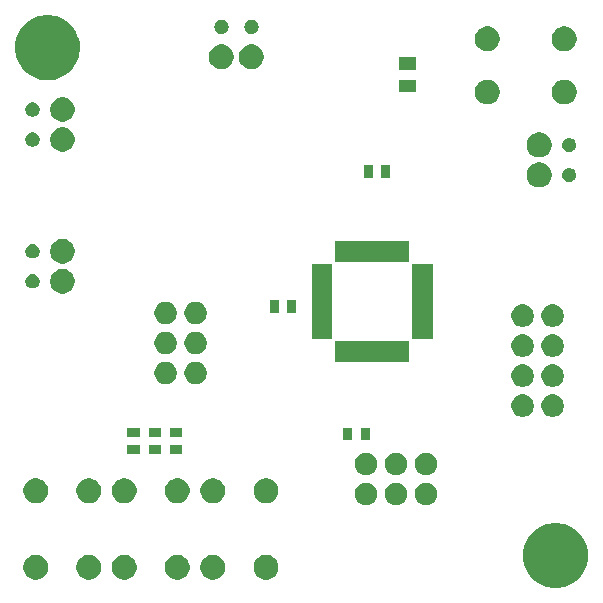
<source format=gbs>
G04 #@! TF.GenerationSoftware,KiCad,Pcbnew,(6.0.0-rc1-dev-1168-gacfa13c03)*
G04 #@! TF.CreationDate,2018-12-11T23:00:25+01:00*
G04 #@! TF.ProjectId,wirbelstrombremse_regler,77697262-656c-4737-9472-6f6d6272656d,rev?*
G04 #@! TF.SameCoordinates,Original*
G04 #@! TF.FileFunction,Soldermask,Bot*
G04 #@! TF.FilePolarity,Negative*
%FSLAX46Y46*%
G04 Gerber Fmt 4.6, Leading zero omitted, Abs format (unit mm)*
G04 Created by KiCad (PCBNEW (6.0.0-rc1-dev-1168-gacfa13c03)) date 11.12.2018 23:00:25*
%MOMM*%
%LPD*%
G01*
G04 APERTURE LIST*
%ADD10C,0.100000*%
G04 APERTURE END LIST*
D10*
G36*
X157036693Y-113801859D02*
X157302437Y-113854719D01*
X157803087Y-114062095D01*
X158250622Y-114361129D01*
X158253663Y-114363161D01*
X158636839Y-114746337D01*
X158636841Y-114746340D01*
X158937905Y-115196913D01*
X158937905Y-115196914D01*
X159145281Y-115697564D01*
X159251000Y-116229049D01*
X159251000Y-116770951D01*
X159239249Y-116830027D01*
X159145281Y-117302437D01*
X158937905Y-117803087D01*
X158807779Y-117997834D01*
X158636839Y-118253663D01*
X158253663Y-118636839D01*
X158253660Y-118636841D01*
X157803087Y-118937905D01*
X157302437Y-119145281D01*
X157036693Y-119198141D01*
X156770951Y-119251000D01*
X156229049Y-119251000D01*
X155963307Y-119198141D01*
X155697563Y-119145281D01*
X155196913Y-118937905D01*
X154746340Y-118636841D01*
X154746337Y-118636839D01*
X154363161Y-118253663D01*
X154192221Y-117997834D01*
X154062095Y-117803087D01*
X153854719Y-117302437D01*
X153760751Y-116830027D01*
X153749000Y-116770951D01*
X153749000Y-116229049D01*
X153854719Y-115697564D01*
X154062095Y-115196914D01*
X154062095Y-115196913D01*
X154363159Y-114746340D01*
X154363161Y-114746337D01*
X154746337Y-114363161D01*
X154749378Y-114361129D01*
X155196913Y-114062095D01*
X155697563Y-113854719D01*
X155963307Y-113801859D01*
X156229049Y-113749000D01*
X156770951Y-113749000D01*
X157036693Y-113801859D01*
X157036693Y-113801859D01*
G37*
G36*
X132306565Y-116489389D02*
X132497834Y-116568615D01*
X132669976Y-116683637D01*
X132816363Y-116830024D01*
X132931385Y-117002166D01*
X133010611Y-117193435D01*
X133051000Y-117396484D01*
X133051000Y-117603516D01*
X133010611Y-117806565D01*
X132931385Y-117997834D01*
X132816363Y-118169976D01*
X132669976Y-118316363D01*
X132497834Y-118431385D01*
X132306565Y-118510611D01*
X132103516Y-118551000D01*
X131896484Y-118551000D01*
X131693435Y-118510611D01*
X131502166Y-118431385D01*
X131330024Y-118316363D01*
X131183637Y-118169976D01*
X131068615Y-117997834D01*
X130989389Y-117806565D01*
X130949000Y-117603516D01*
X130949000Y-117396484D01*
X130989389Y-117193435D01*
X131068615Y-117002166D01*
X131183637Y-116830024D01*
X131330024Y-116683637D01*
X131502166Y-116568615D01*
X131693435Y-116489389D01*
X131896484Y-116449000D01*
X132103516Y-116449000D01*
X132306565Y-116489389D01*
X132306565Y-116489389D01*
G37*
G36*
X112806565Y-116489389D02*
X112997834Y-116568615D01*
X113169976Y-116683637D01*
X113316363Y-116830024D01*
X113431385Y-117002166D01*
X113510611Y-117193435D01*
X113551000Y-117396484D01*
X113551000Y-117603516D01*
X113510611Y-117806565D01*
X113431385Y-117997834D01*
X113316363Y-118169976D01*
X113169976Y-118316363D01*
X112997834Y-118431385D01*
X112806565Y-118510611D01*
X112603516Y-118551000D01*
X112396484Y-118551000D01*
X112193435Y-118510611D01*
X112002166Y-118431385D01*
X111830024Y-118316363D01*
X111683637Y-118169976D01*
X111568615Y-117997834D01*
X111489389Y-117806565D01*
X111449000Y-117603516D01*
X111449000Y-117396484D01*
X111489389Y-117193435D01*
X111568615Y-117002166D01*
X111683637Y-116830024D01*
X111830024Y-116683637D01*
X112002166Y-116568615D01*
X112193435Y-116489389D01*
X112396484Y-116449000D01*
X112603516Y-116449000D01*
X112806565Y-116489389D01*
X112806565Y-116489389D01*
G37*
G36*
X117306565Y-116489389D02*
X117497834Y-116568615D01*
X117669976Y-116683637D01*
X117816363Y-116830024D01*
X117931385Y-117002166D01*
X118010611Y-117193435D01*
X118051000Y-117396484D01*
X118051000Y-117603516D01*
X118010611Y-117806565D01*
X117931385Y-117997834D01*
X117816363Y-118169976D01*
X117669976Y-118316363D01*
X117497834Y-118431385D01*
X117306565Y-118510611D01*
X117103516Y-118551000D01*
X116896484Y-118551000D01*
X116693435Y-118510611D01*
X116502166Y-118431385D01*
X116330024Y-118316363D01*
X116183637Y-118169976D01*
X116068615Y-117997834D01*
X115989389Y-117806565D01*
X115949000Y-117603516D01*
X115949000Y-117396484D01*
X115989389Y-117193435D01*
X116068615Y-117002166D01*
X116183637Y-116830024D01*
X116330024Y-116683637D01*
X116502166Y-116568615D01*
X116693435Y-116489389D01*
X116896484Y-116449000D01*
X117103516Y-116449000D01*
X117306565Y-116489389D01*
X117306565Y-116489389D01*
G37*
G36*
X127806565Y-116489389D02*
X127997834Y-116568615D01*
X128169976Y-116683637D01*
X128316363Y-116830024D01*
X128431385Y-117002166D01*
X128510611Y-117193435D01*
X128551000Y-117396484D01*
X128551000Y-117603516D01*
X128510611Y-117806565D01*
X128431385Y-117997834D01*
X128316363Y-118169976D01*
X128169976Y-118316363D01*
X127997834Y-118431385D01*
X127806565Y-118510611D01*
X127603516Y-118551000D01*
X127396484Y-118551000D01*
X127193435Y-118510611D01*
X127002166Y-118431385D01*
X126830024Y-118316363D01*
X126683637Y-118169976D01*
X126568615Y-117997834D01*
X126489389Y-117806565D01*
X126449000Y-117603516D01*
X126449000Y-117396484D01*
X126489389Y-117193435D01*
X126568615Y-117002166D01*
X126683637Y-116830024D01*
X126830024Y-116683637D01*
X127002166Y-116568615D01*
X127193435Y-116489389D01*
X127396484Y-116449000D01*
X127603516Y-116449000D01*
X127806565Y-116489389D01*
X127806565Y-116489389D01*
G37*
G36*
X120306565Y-116489389D02*
X120497834Y-116568615D01*
X120669976Y-116683637D01*
X120816363Y-116830024D01*
X120931385Y-117002166D01*
X121010611Y-117193435D01*
X121051000Y-117396484D01*
X121051000Y-117603516D01*
X121010611Y-117806565D01*
X120931385Y-117997834D01*
X120816363Y-118169976D01*
X120669976Y-118316363D01*
X120497834Y-118431385D01*
X120306565Y-118510611D01*
X120103516Y-118551000D01*
X119896484Y-118551000D01*
X119693435Y-118510611D01*
X119502166Y-118431385D01*
X119330024Y-118316363D01*
X119183637Y-118169976D01*
X119068615Y-117997834D01*
X118989389Y-117806565D01*
X118949000Y-117603516D01*
X118949000Y-117396484D01*
X118989389Y-117193435D01*
X119068615Y-117002166D01*
X119183637Y-116830024D01*
X119330024Y-116683637D01*
X119502166Y-116568615D01*
X119693435Y-116489389D01*
X119896484Y-116449000D01*
X120103516Y-116449000D01*
X120306565Y-116489389D01*
X120306565Y-116489389D01*
G37*
G36*
X124806565Y-116489389D02*
X124997834Y-116568615D01*
X125169976Y-116683637D01*
X125316363Y-116830024D01*
X125431385Y-117002166D01*
X125510611Y-117193435D01*
X125551000Y-117396484D01*
X125551000Y-117603516D01*
X125510611Y-117806565D01*
X125431385Y-117997834D01*
X125316363Y-118169976D01*
X125169976Y-118316363D01*
X124997834Y-118431385D01*
X124806565Y-118510611D01*
X124603516Y-118551000D01*
X124396484Y-118551000D01*
X124193435Y-118510611D01*
X124002166Y-118431385D01*
X123830024Y-118316363D01*
X123683637Y-118169976D01*
X123568615Y-117997834D01*
X123489389Y-117806565D01*
X123449000Y-117603516D01*
X123449000Y-117396484D01*
X123489389Y-117193435D01*
X123568615Y-117002166D01*
X123683637Y-116830024D01*
X123830024Y-116683637D01*
X124002166Y-116568615D01*
X124193435Y-116489389D01*
X124396484Y-116449000D01*
X124603516Y-116449000D01*
X124806565Y-116489389D01*
X124806565Y-116489389D01*
G37*
G36*
X143277396Y-110355546D02*
X143450466Y-110427234D01*
X143606230Y-110531312D01*
X143738688Y-110663770D01*
X143842766Y-110819534D01*
X143914454Y-110992604D01*
X143951000Y-111176333D01*
X143951000Y-111363667D01*
X143914454Y-111547396D01*
X143842766Y-111720466D01*
X143738688Y-111876230D01*
X143606230Y-112008688D01*
X143450466Y-112112766D01*
X143277396Y-112184454D01*
X143093667Y-112221000D01*
X142906333Y-112221000D01*
X142722604Y-112184454D01*
X142549534Y-112112766D01*
X142393770Y-112008688D01*
X142261312Y-111876230D01*
X142157234Y-111720466D01*
X142085546Y-111547396D01*
X142049000Y-111363667D01*
X142049000Y-111176333D01*
X142085546Y-110992604D01*
X142157234Y-110819534D01*
X142261312Y-110663770D01*
X142393770Y-110531312D01*
X142549534Y-110427234D01*
X142722604Y-110355546D01*
X142906333Y-110319000D01*
X143093667Y-110319000D01*
X143277396Y-110355546D01*
X143277396Y-110355546D01*
G37*
G36*
X145817396Y-110355546D02*
X145990466Y-110427234D01*
X146146230Y-110531312D01*
X146278688Y-110663770D01*
X146382766Y-110819534D01*
X146454454Y-110992604D01*
X146491000Y-111176333D01*
X146491000Y-111363667D01*
X146454454Y-111547396D01*
X146382766Y-111720466D01*
X146278688Y-111876230D01*
X146146230Y-112008688D01*
X145990466Y-112112766D01*
X145817396Y-112184454D01*
X145633667Y-112221000D01*
X145446333Y-112221000D01*
X145262604Y-112184454D01*
X145089534Y-112112766D01*
X144933770Y-112008688D01*
X144801312Y-111876230D01*
X144697234Y-111720466D01*
X144625546Y-111547396D01*
X144589000Y-111363667D01*
X144589000Y-111176333D01*
X144625546Y-110992604D01*
X144697234Y-110819534D01*
X144801312Y-110663770D01*
X144933770Y-110531312D01*
X145089534Y-110427234D01*
X145262604Y-110355546D01*
X145446333Y-110319000D01*
X145633667Y-110319000D01*
X145817396Y-110355546D01*
X145817396Y-110355546D01*
G37*
G36*
X140737396Y-110355546D02*
X140910466Y-110427234D01*
X141066230Y-110531312D01*
X141198688Y-110663770D01*
X141302766Y-110819534D01*
X141374454Y-110992604D01*
X141411000Y-111176333D01*
X141411000Y-111363667D01*
X141374454Y-111547396D01*
X141302766Y-111720466D01*
X141198688Y-111876230D01*
X141066230Y-112008688D01*
X140910466Y-112112766D01*
X140737396Y-112184454D01*
X140553667Y-112221000D01*
X140366333Y-112221000D01*
X140182604Y-112184454D01*
X140009534Y-112112766D01*
X139853770Y-112008688D01*
X139721312Y-111876230D01*
X139617234Y-111720466D01*
X139545546Y-111547396D01*
X139509000Y-111363667D01*
X139509000Y-111176333D01*
X139545546Y-110992604D01*
X139617234Y-110819534D01*
X139721312Y-110663770D01*
X139853770Y-110531312D01*
X140009534Y-110427234D01*
X140182604Y-110355546D01*
X140366333Y-110319000D01*
X140553667Y-110319000D01*
X140737396Y-110355546D01*
X140737396Y-110355546D01*
G37*
G36*
X132306565Y-109989389D02*
X132497834Y-110068615D01*
X132669976Y-110183637D01*
X132816363Y-110330024D01*
X132931385Y-110502166D01*
X133010611Y-110693435D01*
X133051000Y-110896484D01*
X133051000Y-111103516D01*
X133010611Y-111306565D01*
X132931385Y-111497834D01*
X132816363Y-111669976D01*
X132669976Y-111816363D01*
X132497834Y-111931385D01*
X132306565Y-112010611D01*
X132103516Y-112051000D01*
X131896484Y-112051000D01*
X131693435Y-112010611D01*
X131502166Y-111931385D01*
X131330024Y-111816363D01*
X131183637Y-111669976D01*
X131068615Y-111497834D01*
X130989389Y-111306565D01*
X130949000Y-111103516D01*
X130949000Y-110896484D01*
X130989389Y-110693435D01*
X131068615Y-110502166D01*
X131183637Y-110330024D01*
X131330024Y-110183637D01*
X131502166Y-110068615D01*
X131693435Y-109989389D01*
X131896484Y-109949000D01*
X132103516Y-109949000D01*
X132306565Y-109989389D01*
X132306565Y-109989389D01*
G37*
G36*
X124806565Y-109989389D02*
X124997834Y-110068615D01*
X125169976Y-110183637D01*
X125316363Y-110330024D01*
X125431385Y-110502166D01*
X125510611Y-110693435D01*
X125551000Y-110896484D01*
X125551000Y-111103516D01*
X125510611Y-111306565D01*
X125431385Y-111497834D01*
X125316363Y-111669976D01*
X125169976Y-111816363D01*
X124997834Y-111931385D01*
X124806565Y-112010611D01*
X124603516Y-112051000D01*
X124396484Y-112051000D01*
X124193435Y-112010611D01*
X124002166Y-111931385D01*
X123830024Y-111816363D01*
X123683637Y-111669976D01*
X123568615Y-111497834D01*
X123489389Y-111306565D01*
X123449000Y-111103516D01*
X123449000Y-110896484D01*
X123489389Y-110693435D01*
X123568615Y-110502166D01*
X123683637Y-110330024D01*
X123830024Y-110183637D01*
X124002166Y-110068615D01*
X124193435Y-109989389D01*
X124396484Y-109949000D01*
X124603516Y-109949000D01*
X124806565Y-109989389D01*
X124806565Y-109989389D01*
G37*
G36*
X120306565Y-109989389D02*
X120497834Y-110068615D01*
X120669976Y-110183637D01*
X120816363Y-110330024D01*
X120931385Y-110502166D01*
X121010611Y-110693435D01*
X121051000Y-110896484D01*
X121051000Y-111103516D01*
X121010611Y-111306565D01*
X120931385Y-111497834D01*
X120816363Y-111669976D01*
X120669976Y-111816363D01*
X120497834Y-111931385D01*
X120306565Y-112010611D01*
X120103516Y-112051000D01*
X119896484Y-112051000D01*
X119693435Y-112010611D01*
X119502166Y-111931385D01*
X119330024Y-111816363D01*
X119183637Y-111669976D01*
X119068615Y-111497834D01*
X118989389Y-111306565D01*
X118949000Y-111103516D01*
X118949000Y-110896484D01*
X118989389Y-110693435D01*
X119068615Y-110502166D01*
X119183637Y-110330024D01*
X119330024Y-110183637D01*
X119502166Y-110068615D01*
X119693435Y-109989389D01*
X119896484Y-109949000D01*
X120103516Y-109949000D01*
X120306565Y-109989389D01*
X120306565Y-109989389D01*
G37*
G36*
X127806565Y-109989389D02*
X127997834Y-110068615D01*
X128169976Y-110183637D01*
X128316363Y-110330024D01*
X128431385Y-110502166D01*
X128510611Y-110693435D01*
X128551000Y-110896484D01*
X128551000Y-111103516D01*
X128510611Y-111306565D01*
X128431385Y-111497834D01*
X128316363Y-111669976D01*
X128169976Y-111816363D01*
X127997834Y-111931385D01*
X127806565Y-112010611D01*
X127603516Y-112051000D01*
X127396484Y-112051000D01*
X127193435Y-112010611D01*
X127002166Y-111931385D01*
X126830024Y-111816363D01*
X126683637Y-111669976D01*
X126568615Y-111497834D01*
X126489389Y-111306565D01*
X126449000Y-111103516D01*
X126449000Y-110896484D01*
X126489389Y-110693435D01*
X126568615Y-110502166D01*
X126683637Y-110330024D01*
X126830024Y-110183637D01*
X127002166Y-110068615D01*
X127193435Y-109989389D01*
X127396484Y-109949000D01*
X127603516Y-109949000D01*
X127806565Y-109989389D01*
X127806565Y-109989389D01*
G37*
G36*
X117306565Y-109989389D02*
X117497834Y-110068615D01*
X117669976Y-110183637D01*
X117816363Y-110330024D01*
X117931385Y-110502166D01*
X118010611Y-110693435D01*
X118051000Y-110896484D01*
X118051000Y-111103516D01*
X118010611Y-111306565D01*
X117931385Y-111497834D01*
X117816363Y-111669976D01*
X117669976Y-111816363D01*
X117497834Y-111931385D01*
X117306565Y-112010611D01*
X117103516Y-112051000D01*
X116896484Y-112051000D01*
X116693435Y-112010611D01*
X116502166Y-111931385D01*
X116330024Y-111816363D01*
X116183637Y-111669976D01*
X116068615Y-111497834D01*
X115989389Y-111306565D01*
X115949000Y-111103516D01*
X115949000Y-110896484D01*
X115989389Y-110693435D01*
X116068615Y-110502166D01*
X116183637Y-110330024D01*
X116330024Y-110183637D01*
X116502166Y-110068615D01*
X116693435Y-109989389D01*
X116896484Y-109949000D01*
X117103516Y-109949000D01*
X117306565Y-109989389D01*
X117306565Y-109989389D01*
G37*
G36*
X112806565Y-109989389D02*
X112997834Y-110068615D01*
X113169976Y-110183637D01*
X113316363Y-110330024D01*
X113431385Y-110502166D01*
X113510611Y-110693435D01*
X113551000Y-110896484D01*
X113551000Y-111103516D01*
X113510611Y-111306565D01*
X113431385Y-111497834D01*
X113316363Y-111669976D01*
X113169976Y-111816363D01*
X112997834Y-111931385D01*
X112806565Y-112010611D01*
X112603516Y-112051000D01*
X112396484Y-112051000D01*
X112193435Y-112010611D01*
X112002166Y-111931385D01*
X111830024Y-111816363D01*
X111683637Y-111669976D01*
X111568615Y-111497834D01*
X111489389Y-111306565D01*
X111449000Y-111103516D01*
X111449000Y-110896484D01*
X111489389Y-110693435D01*
X111568615Y-110502166D01*
X111683637Y-110330024D01*
X111830024Y-110183637D01*
X112002166Y-110068615D01*
X112193435Y-109989389D01*
X112396484Y-109949000D01*
X112603516Y-109949000D01*
X112806565Y-109989389D01*
X112806565Y-109989389D01*
G37*
G36*
X145817396Y-107815546D02*
X145990466Y-107887234D01*
X146146230Y-107991312D01*
X146278688Y-108123770D01*
X146382766Y-108279534D01*
X146454454Y-108452604D01*
X146491000Y-108636333D01*
X146491000Y-108823667D01*
X146454454Y-109007396D01*
X146382766Y-109180466D01*
X146278688Y-109336230D01*
X146146230Y-109468688D01*
X145990466Y-109572766D01*
X145817396Y-109644454D01*
X145633667Y-109681000D01*
X145446333Y-109681000D01*
X145262604Y-109644454D01*
X145089534Y-109572766D01*
X144933770Y-109468688D01*
X144801312Y-109336230D01*
X144697234Y-109180466D01*
X144625546Y-109007396D01*
X144589000Y-108823667D01*
X144589000Y-108636333D01*
X144625546Y-108452604D01*
X144697234Y-108279534D01*
X144801312Y-108123770D01*
X144933770Y-107991312D01*
X145089534Y-107887234D01*
X145262604Y-107815546D01*
X145446333Y-107779000D01*
X145633667Y-107779000D01*
X145817396Y-107815546D01*
X145817396Y-107815546D01*
G37*
G36*
X140737396Y-107815546D02*
X140910466Y-107887234D01*
X141066230Y-107991312D01*
X141198688Y-108123770D01*
X141302766Y-108279534D01*
X141374454Y-108452604D01*
X141411000Y-108636333D01*
X141411000Y-108823667D01*
X141374454Y-109007396D01*
X141302766Y-109180466D01*
X141198688Y-109336230D01*
X141066230Y-109468688D01*
X140910466Y-109572766D01*
X140737396Y-109644454D01*
X140553667Y-109681000D01*
X140366333Y-109681000D01*
X140182604Y-109644454D01*
X140009534Y-109572766D01*
X139853770Y-109468688D01*
X139721312Y-109336230D01*
X139617234Y-109180466D01*
X139545546Y-109007396D01*
X139509000Y-108823667D01*
X139509000Y-108636333D01*
X139545546Y-108452604D01*
X139617234Y-108279534D01*
X139721312Y-108123770D01*
X139853770Y-107991312D01*
X140009534Y-107887234D01*
X140182604Y-107815546D01*
X140366333Y-107779000D01*
X140553667Y-107779000D01*
X140737396Y-107815546D01*
X140737396Y-107815546D01*
G37*
G36*
X143277396Y-107815546D02*
X143450466Y-107887234D01*
X143606230Y-107991312D01*
X143738688Y-108123770D01*
X143842766Y-108279534D01*
X143914454Y-108452604D01*
X143951000Y-108636333D01*
X143951000Y-108823667D01*
X143914454Y-109007396D01*
X143842766Y-109180466D01*
X143738688Y-109336230D01*
X143606230Y-109468688D01*
X143450466Y-109572766D01*
X143277396Y-109644454D01*
X143093667Y-109681000D01*
X142906333Y-109681000D01*
X142722604Y-109644454D01*
X142549534Y-109572766D01*
X142393770Y-109468688D01*
X142261312Y-109336230D01*
X142157234Y-109180466D01*
X142085546Y-109007396D01*
X142049000Y-108823667D01*
X142049000Y-108636333D01*
X142085546Y-108452604D01*
X142157234Y-108279534D01*
X142261312Y-108123770D01*
X142393770Y-107991312D01*
X142549534Y-107887234D01*
X142722604Y-107815546D01*
X142906333Y-107779000D01*
X143093667Y-107779000D01*
X143277396Y-107815546D01*
X143277396Y-107815546D01*
G37*
G36*
X123126200Y-107926200D02*
X122073800Y-107926200D01*
X122073800Y-107173800D01*
X123126200Y-107173800D01*
X123126200Y-107926200D01*
X123126200Y-107926200D01*
G37*
G36*
X124926200Y-107926200D02*
X123873800Y-107926200D01*
X123873800Y-107173800D01*
X124926200Y-107173800D01*
X124926200Y-107926200D01*
X124926200Y-107926200D01*
G37*
G36*
X121326200Y-107926200D02*
X120273800Y-107926200D01*
X120273800Y-107173800D01*
X121326200Y-107173800D01*
X121326200Y-107926200D01*
X121326200Y-107926200D01*
G37*
G36*
X140776200Y-106726200D02*
X140023800Y-106726200D01*
X140023800Y-105673800D01*
X140776200Y-105673800D01*
X140776200Y-106726200D01*
X140776200Y-106726200D01*
G37*
G36*
X139276200Y-106726200D02*
X138523800Y-106726200D01*
X138523800Y-105673800D01*
X139276200Y-105673800D01*
X139276200Y-106726200D01*
X139276200Y-106726200D01*
G37*
G36*
X121326200Y-106426200D02*
X120273800Y-106426200D01*
X120273800Y-105673800D01*
X121326200Y-105673800D01*
X121326200Y-106426200D01*
X121326200Y-106426200D01*
G37*
G36*
X123126200Y-106426200D02*
X122073800Y-106426200D01*
X122073800Y-105673800D01*
X123126200Y-105673800D01*
X123126200Y-106426200D01*
X123126200Y-106426200D01*
G37*
G36*
X124926200Y-106426200D02*
X123873800Y-106426200D01*
X123873800Y-105673800D01*
X124926200Y-105673800D01*
X124926200Y-106426200D01*
X124926200Y-106426200D01*
G37*
G36*
X154007396Y-102895546D02*
X154180466Y-102967234D01*
X154336230Y-103071312D01*
X154468688Y-103203770D01*
X154572766Y-103359534D01*
X154644454Y-103532604D01*
X154681000Y-103716333D01*
X154681000Y-103903667D01*
X154644454Y-104087396D01*
X154572766Y-104260466D01*
X154468688Y-104416230D01*
X154336230Y-104548688D01*
X154180466Y-104652766D01*
X154007396Y-104724454D01*
X153823667Y-104761000D01*
X153636333Y-104761000D01*
X153452604Y-104724454D01*
X153279534Y-104652766D01*
X153123770Y-104548688D01*
X152991312Y-104416230D01*
X152887234Y-104260466D01*
X152815546Y-104087396D01*
X152779000Y-103903667D01*
X152779000Y-103716333D01*
X152815546Y-103532604D01*
X152887234Y-103359534D01*
X152991312Y-103203770D01*
X153123770Y-103071312D01*
X153279534Y-102967234D01*
X153452604Y-102895546D01*
X153636333Y-102859000D01*
X153823667Y-102859000D01*
X154007396Y-102895546D01*
X154007396Y-102895546D01*
G37*
G36*
X156547396Y-102895546D02*
X156720466Y-102967234D01*
X156876230Y-103071312D01*
X157008688Y-103203770D01*
X157112766Y-103359534D01*
X157184454Y-103532604D01*
X157221000Y-103716333D01*
X157221000Y-103903667D01*
X157184454Y-104087396D01*
X157112766Y-104260466D01*
X157008688Y-104416230D01*
X156876230Y-104548688D01*
X156720466Y-104652766D01*
X156547396Y-104724454D01*
X156363667Y-104761000D01*
X156176333Y-104761000D01*
X155992604Y-104724454D01*
X155819534Y-104652766D01*
X155663770Y-104548688D01*
X155531312Y-104416230D01*
X155427234Y-104260466D01*
X155355546Y-104087396D01*
X155319000Y-103903667D01*
X155319000Y-103716333D01*
X155355546Y-103532604D01*
X155427234Y-103359534D01*
X155531312Y-103203770D01*
X155663770Y-103071312D01*
X155819534Y-102967234D01*
X155992604Y-102895546D01*
X156176333Y-102859000D01*
X156363667Y-102859000D01*
X156547396Y-102895546D01*
X156547396Y-102895546D01*
G37*
G36*
X154007396Y-100355546D02*
X154180466Y-100427234D01*
X154336230Y-100531312D01*
X154468688Y-100663770D01*
X154572766Y-100819534D01*
X154644454Y-100992604D01*
X154681000Y-101176333D01*
X154681000Y-101363667D01*
X154644454Y-101547396D01*
X154572766Y-101720466D01*
X154468688Y-101876230D01*
X154336230Y-102008688D01*
X154180466Y-102112766D01*
X154007396Y-102184454D01*
X153823667Y-102221000D01*
X153636333Y-102221000D01*
X153452604Y-102184454D01*
X153279534Y-102112766D01*
X153123770Y-102008688D01*
X152991312Y-101876230D01*
X152887234Y-101720466D01*
X152815546Y-101547396D01*
X152779000Y-101363667D01*
X152779000Y-101176333D01*
X152815546Y-100992604D01*
X152887234Y-100819534D01*
X152991312Y-100663770D01*
X153123770Y-100531312D01*
X153279534Y-100427234D01*
X153452604Y-100355546D01*
X153636333Y-100319000D01*
X153823667Y-100319000D01*
X154007396Y-100355546D01*
X154007396Y-100355546D01*
G37*
G36*
X156547396Y-100355546D02*
X156720466Y-100427234D01*
X156876230Y-100531312D01*
X157008688Y-100663770D01*
X157112766Y-100819534D01*
X157184454Y-100992604D01*
X157221000Y-101176333D01*
X157221000Y-101363667D01*
X157184454Y-101547396D01*
X157112766Y-101720466D01*
X157008688Y-101876230D01*
X156876230Y-102008688D01*
X156720466Y-102112766D01*
X156547396Y-102184454D01*
X156363667Y-102221000D01*
X156176333Y-102221000D01*
X155992604Y-102184454D01*
X155819534Y-102112766D01*
X155663770Y-102008688D01*
X155531312Y-101876230D01*
X155427234Y-101720466D01*
X155355546Y-101547396D01*
X155319000Y-101363667D01*
X155319000Y-101176333D01*
X155355546Y-100992604D01*
X155427234Y-100819534D01*
X155531312Y-100663770D01*
X155663770Y-100531312D01*
X155819534Y-100427234D01*
X155992604Y-100355546D01*
X156176333Y-100319000D01*
X156363667Y-100319000D01*
X156547396Y-100355546D01*
X156547396Y-100355546D01*
G37*
G36*
X123777396Y-100125546D02*
X123950466Y-100197234D01*
X124106230Y-100301312D01*
X124238688Y-100433770D01*
X124342766Y-100589534D01*
X124414454Y-100762604D01*
X124451000Y-100946333D01*
X124451000Y-101133667D01*
X124414454Y-101317396D01*
X124342766Y-101490466D01*
X124238688Y-101646230D01*
X124106230Y-101778688D01*
X123950466Y-101882766D01*
X123777396Y-101954454D01*
X123593667Y-101991000D01*
X123406333Y-101991000D01*
X123222604Y-101954454D01*
X123049534Y-101882766D01*
X122893770Y-101778688D01*
X122761312Y-101646230D01*
X122657234Y-101490466D01*
X122585546Y-101317396D01*
X122549000Y-101133667D01*
X122549000Y-100946333D01*
X122585546Y-100762604D01*
X122657234Y-100589534D01*
X122761312Y-100433770D01*
X122893770Y-100301312D01*
X123049534Y-100197234D01*
X123222604Y-100125546D01*
X123406333Y-100089000D01*
X123593667Y-100089000D01*
X123777396Y-100125546D01*
X123777396Y-100125546D01*
G37*
G36*
X126317396Y-100125546D02*
X126490466Y-100197234D01*
X126646230Y-100301312D01*
X126778688Y-100433770D01*
X126882766Y-100589534D01*
X126954454Y-100762604D01*
X126991000Y-100946333D01*
X126991000Y-101133667D01*
X126954454Y-101317396D01*
X126882766Y-101490466D01*
X126778688Y-101646230D01*
X126646230Y-101778688D01*
X126490466Y-101882766D01*
X126317396Y-101954454D01*
X126133667Y-101991000D01*
X125946333Y-101991000D01*
X125762604Y-101954454D01*
X125589534Y-101882766D01*
X125433770Y-101778688D01*
X125301312Y-101646230D01*
X125197234Y-101490466D01*
X125125546Y-101317396D01*
X125089000Y-101133667D01*
X125089000Y-100946333D01*
X125125546Y-100762604D01*
X125197234Y-100589534D01*
X125301312Y-100433770D01*
X125433770Y-100301312D01*
X125589534Y-100197234D01*
X125762604Y-100125546D01*
X125946333Y-100089000D01*
X126133667Y-100089000D01*
X126317396Y-100125546D01*
X126317396Y-100125546D01*
G37*
G36*
X144151200Y-100126200D02*
X137848800Y-100126200D01*
X137848800Y-98373800D01*
X144151200Y-98373800D01*
X144151200Y-100126200D01*
X144151200Y-100126200D01*
G37*
G36*
X156547396Y-97815546D02*
X156720466Y-97887234D01*
X156876230Y-97991312D01*
X157008688Y-98123770D01*
X157112766Y-98279534D01*
X157184454Y-98452604D01*
X157221000Y-98636333D01*
X157221000Y-98823667D01*
X157184454Y-99007396D01*
X157112766Y-99180466D01*
X157008688Y-99336230D01*
X156876230Y-99468688D01*
X156720466Y-99572766D01*
X156547396Y-99644454D01*
X156363667Y-99681000D01*
X156176333Y-99681000D01*
X155992604Y-99644454D01*
X155819534Y-99572766D01*
X155663770Y-99468688D01*
X155531312Y-99336230D01*
X155427234Y-99180466D01*
X155355546Y-99007396D01*
X155319000Y-98823667D01*
X155319000Y-98636333D01*
X155355546Y-98452604D01*
X155427234Y-98279534D01*
X155531312Y-98123770D01*
X155663770Y-97991312D01*
X155819534Y-97887234D01*
X155992604Y-97815546D01*
X156176333Y-97779000D01*
X156363667Y-97779000D01*
X156547396Y-97815546D01*
X156547396Y-97815546D01*
G37*
G36*
X154007396Y-97815546D02*
X154180466Y-97887234D01*
X154336230Y-97991312D01*
X154468688Y-98123770D01*
X154572766Y-98279534D01*
X154644454Y-98452604D01*
X154681000Y-98636333D01*
X154681000Y-98823667D01*
X154644454Y-99007396D01*
X154572766Y-99180466D01*
X154468688Y-99336230D01*
X154336230Y-99468688D01*
X154180466Y-99572766D01*
X154007396Y-99644454D01*
X153823667Y-99681000D01*
X153636333Y-99681000D01*
X153452604Y-99644454D01*
X153279534Y-99572766D01*
X153123770Y-99468688D01*
X152991312Y-99336230D01*
X152887234Y-99180466D01*
X152815546Y-99007396D01*
X152779000Y-98823667D01*
X152779000Y-98636333D01*
X152815546Y-98452604D01*
X152887234Y-98279534D01*
X152991312Y-98123770D01*
X153123770Y-97991312D01*
X153279534Y-97887234D01*
X153452604Y-97815546D01*
X153636333Y-97779000D01*
X153823667Y-97779000D01*
X154007396Y-97815546D01*
X154007396Y-97815546D01*
G37*
G36*
X126317396Y-97585546D02*
X126490466Y-97657234D01*
X126646230Y-97761312D01*
X126778688Y-97893770D01*
X126882766Y-98049534D01*
X126954454Y-98222604D01*
X126991000Y-98406333D01*
X126991000Y-98593667D01*
X126954454Y-98777396D01*
X126882766Y-98950466D01*
X126778688Y-99106230D01*
X126646230Y-99238688D01*
X126490466Y-99342766D01*
X126317396Y-99414454D01*
X126133667Y-99451000D01*
X125946333Y-99451000D01*
X125762604Y-99414454D01*
X125589534Y-99342766D01*
X125433770Y-99238688D01*
X125301312Y-99106230D01*
X125197234Y-98950466D01*
X125125546Y-98777396D01*
X125089000Y-98593667D01*
X125089000Y-98406333D01*
X125125546Y-98222604D01*
X125197234Y-98049534D01*
X125301312Y-97893770D01*
X125433770Y-97761312D01*
X125589534Y-97657234D01*
X125762604Y-97585546D01*
X125946333Y-97549000D01*
X126133667Y-97549000D01*
X126317396Y-97585546D01*
X126317396Y-97585546D01*
G37*
G36*
X123777396Y-97585546D02*
X123950466Y-97657234D01*
X124106230Y-97761312D01*
X124238688Y-97893770D01*
X124342766Y-98049534D01*
X124414454Y-98222604D01*
X124451000Y-98406333D01*
X124451000Y-98593667D01*
X124414454Y-98777396D01*
X124342766Y-98950466D01*
X124238688Y-99106230D01*
X124106230Y-99238688D01*
X123950466Y-99342766D01*
X123777396Y-99414454D01*
X123593667Y-99451000D01*
X123406333Y-99451000D01*
X123222604Y-99414454D01*
X123049534Y-99342766D01*
X122893770Y-99238688D01*
X122761312Y-99106230D01*
X122657234Y-98950466D01*
X122585546Y-98777396D01*
X122549000Y-98593667D01*
X122549000Y-98406333D01*
X122585546Y-98222604D01*
X122657234Y-98049534D01*
X122761312Y-97893770D01*
X122893770Y-97761312D01*
X123049534Y-97657234D01*
X123222604Y-97585546D01*
X123406333Y-97549000D01*
X123593667Y-97549000D01*
X123777396Y-97585546D01*
X123777396Y-97585546D01*
G37*
G36*
X146126200Y-98151200D02*
X144373800Y-98151200D01*
X144373800Y-91848800D01*
X146126200Y-91848800D01*
X146126200Y-98151200D01*
X146126200Y-98151200D01*
G37*
G36*
X137626200Y-98151200D02*
X135873800Y-98151200D01*
X135873800Y-91848800D01*
X137626200Y-91848800D01*
X137626200Y-98151200D01*
X137626200Y-98151200D01*
G37*
G36*
X156547396Y-95275546D02*
X156720466Y-95347234D01*
X156876230Y-95451312D01*
X157008688Y-95583770D01*
X157112766Y-95739534D01*
X157184454Y-95912604D01*
X157221000Y-96096333D01*
X157221000Y-96283667D01*
X157184454Y-96467396D01*
X157112766Y-96640466D01*
X157008688Y-96796230D01*
X156876230Y-96928688D01*
X156720466Y-97032766D01*
X156547396Y-97104454D01*
X156363667Y-97141000D01*
X156176333Y-97141000D01*
X155992604Y-97104454D01*
X155819534Y-97032766D01*
X155663770Y-96928688D01*
X155531312Y-96796230D01*
X155427234Y-96640466D01*
X155355546Y-96467396D01*
X155319000Y-96283667D01*
X155319000Y-96096333D01*
X155355546Y-95912604D01*
X155427234Y-95739534D01*
X155531312Y-95583770D01*
X155663770Y-95451312D01*
X155819534Y-95347234D01*
X155992604Y-95275546D01*
X156176333Y-95239000D01*
X156363667Y-95239000D01*
X156547396Y-95275546D01*
X156547396Y-95275546D01*
G37*
G36*
X154007396Y-95275546D02*
X154180466Y-95347234D01*
X154336230Y-95451312D01*
X154468688Y-95583770D01*
X154572766Y-95739534D01*
X154644454Y-95912604D01*
X154681000Y-96096333D01*
X154681000Y-96283667D01*
X154644454Y-96467396D01*
X154572766Y-96640466D01*
X154468688Y-96796230D01*
X154336230Y-96928688D01*
X154180466Y-97032766D01*
X154007396Y-97104454D01*
X153823667Y-97141000D01*
X153636333Y-97141000D01*
X153452604Y-97104454D01*
X153279534Y-97032766D01*
X153123770Y-96928688D01*
X152991312Y-96796230D01*
X152887234Y-96640466D01*
X152815546Y-96467396D01*
X152779000Y-96283667D01*
X152779000Y-96096333D01*
X152815546Y-95912604D01*
X152887234Y-95739534D01*
X152991312Y-95583770D01*
X153123770Y-95451312D01*
X153279534Y-95347234D01*
X153452604Y-95275546D01*
X153636333Y-95239000D01*
X153823667Y-95239000D01*
X154007396Y-95275546D01*
X154007396Y-95275546D01*
G37*
G36*
X123777396Y-95045546D02*
X123950466Y-95117234D01*
X124106230Y-95221312D01*
X124238688Y-95353770D01*
X124342766Y-95509534D01*
X124414454Y-95682604D01*
X124451000Y-95866333D01*
X124451000Y-96053667D01*
X124414454Y-96237396D01*
X124342766Y-96410466D01*
X124238688Y-96566230D01*
X124106230Y-96698688D01*
X123950466Y-96802766D01*
X123777396Y-96874454D01*
X123593667Y-96911000D01*
X123406333Y-96911000D01*
X123222604Y-96874454D01*
X123049534Y-96802766D01*
X122893770Y-96698688D01*
X122761312Y-96566230D01*
X122657234Y-96410466D01*
X122585546Y-96237396D01*
X122549000Y-96053667D01*
X122549000Y-95866333D01*
X122585546Y-95682604D01*
X122657234Y-95509534D01*
X122761312Y-95353770D01*
X122893770Y-95221312D01*
X123049534Y-95117234D01*
X123222604Y-95045546D01*
X123406333Y-95009000D01*
X123593667Y-95009000D01*
X123777396Y-95045546D01*
X123777396Y-95045546D01*
G37*
G36*
X126317396Y-95045546D02*
X126490466Y-95117234D01*
X126646230Y-95221312D01*
X126778688Y-95353770D01*
X126882766Y-95509534D01*
X126954454Y-95682604D01*
X126991000Y-95866333D01*
X126991000Y-96053667D01*
X126954454Y-96237396D01*
X126882766Y-96410466D01*
X126778688Y-96566230D01*
X126646230Y-96698688D01*
X126490466Y-96802766D01*
X126317396Y-96874454D01*
X126133667Y-96911000D01*
X125946333Y-96911000D01*
X125762604Y-96874454D01*
X125589534Y-96802766D01*
X125433770Y-96698688D01*
X125301312Y-96566230D01*
X125197234Y-96410466D01*
X125125546Y-96237396D01*
X125089000Y-96053667D01*
X125089000Y-95866333D01*
X125125546Y-95682604D01*
X125197234Y-95509534D01*
X125301312Y-95353770D01*
X125433770Y-95221312D01*
X125589534Y-95117234D01*
X125762604Y-95045546D01*
X125946333Y-95009000D01*
X126133667Y-95009000D01*
X126317396Y-95045546D01*
X126317396Y-95045546D01*
G37*
G36*
X133076200Y-95926200D02*
X132323800Y-95926200D01*
X132323800Y-94873800D01*
X133076200Y-94873800D01*
X133076200Y-95926200D01*
X133076200Y-95926200D01*
G37*
G36*
X134576200Y-95926200D02*
X133823800Y-95926200D01*
X133823800Y-94873800D01*
X134576200Y-94873800D01*
X134576200Y-95926200D01*
X134576200Y-95926200D01*
G37*
G36*
X115076565Y-92259389D02*
X115267834Y-92338615D01*
X115439976Y-92453637D01*
X115586363Y-92600024D01*
X115701385Y-92772166D01*
X115780611Y-92963435D01*
X115821000Y-93166484D01*
X115821000Y-93373516D01*
X115780611Y-93576565D01*
X115701385Y-93767834D01*
X115586363Y-93939976D01*
X115439976Y-94086363D01*
X115267834Y-94201385D01*
X115076565Y-94280611D01*
X114873516Y-94321000D01*
X114666484Y-94321000D01*
X114463435Y-94280611D01*
X114272166Y-94201385D01*
X114100024Y-94086363D01*
X113953637Y-93939976D01*
X113838615Y-93767834D01*
X113759389Y-93576565D01*
X113719000Y-93373516D01*
X113719000Y-93166484D01*
X113759389Y-92963435D01*
X113838615Y-92772166D01*
X113953637Y-92600024D01*
X114100024Y-92453637D01*
X114272166Y-92338615D01*
X114463435Y-92259389D01*
X114666484Y-92219000D01*
X114873516Y-92219000D01*
X115076565Y-92259389D01*
X115076565Y-92259389D01*
G37*
G36*
X112405305Y-92692096D02*
X112514680Y-92737400D01*
X112613118Y-92803175D01*
X112696825Y-92886882D01*
X112762600Y-92985320D01*
X112807904Y-93094695D01*
X112831000Y-93210806D01*
X112831000Y-93329194D01*
X112807904Y-93445305D01*
X112762600Y-93554680D01*
X112696825Y-93653118D01*
X112613118Y-93736825D01*
X112514680Y-93802600D01*
X112405305Y-93847904D01*
X112289194Y-93871000D01*
X112170806Y-93871000D01*
X112054695Y-93847904D01*
X111945320Y-93802600D01*
X111846882Y-93736825D01*
X111763175Y-93653118D01*
X111697400Y-93554680D01*
X111652096Y-93445305D01*
X111629000Y-93329194D01*
X111629000Y-93210806D01*
X111652096Y-93094695D01*
X111697400Y-92985320D01*
X111763175Y-92886882D01*
X111846882Y-92803175D01*
X111945320Y-92737400D01*
X112054695Y-92692096D01*
X112170806Y-92669000D01*
X112289194Y-92669000D01*
X112405305Y-92692096D01*
X112405305Y-92692096D01*
G37*
G36*
X115076565Y-89719389D02*
X115267834Y-89798615D01*
X115439976Y-89913637D01*
X115586363Y-90060024D01*
X115701385Y-90232166D01*
X115780611Y-90423435D01*
X115821000Y-90626484D01*
X115821000Y-90833516D01*
X115780611Y-91036565D01*
X115701385Y-91227834D01*
X115586363Y-91399976D01*
X115439976Y-91546363D01*
X115267834Y-91661385D01*
X115076565Y-91740611D01*
X114873516Y-91781000D01*
X114666484Y-91781000D01*
X114463435Y-91740611D01*
X114272166Y-91661385D01*
X114100024Y-91546363D01*
X113953637Y-91399976D01*
X113838615Y-91227834D01*
X113759389Y-91036565D01*
X113719000Y-90833516D01*
X113719000Y-90626484D01*
X113759389Y-90423435D01*
X113838615Y-90232166D01*
X113953637Y-90060024D01*
X114100024Y-89913637D01*
X114272166Y-89798615D01*
X114463435Y-89719389D01*
X114666484Y-89679000D01*
X114873516Y-89679000D01*
X115076565Y-89719389D01*
X115076565Y-89719389D01*
G37*
G36*
X144151200Y-91626200D02*
X137848800Y-91626200D01*
X137848800Y-89873800D01*
X144151200Y-89873800D01*
X144151200Y-91626200D01*
X144151200Y-91626200D01*
G37*
G36*
X112405305Y-90152096D02*
X112514680Y-90197400D01*
X112613118Y-90263175D01*
X112696825Y-90346882D01*
X112762600Y-90445320D01*
X112807904Y-90554695D01*
X112831000Y-90670806D01*
X112831000Y-90789194D01*
X112807904Y-90905305D01*
X112762600Y-91014680D01*
X112696825Y-91113118D01*
X112613118Y-91196825D01*
X112514680Y-91262600D01*
X112405305Y-91307904D01*
X112289194Y-91331000D01*
X112170806Y-91331000D01*
X112054695Y-91307904D01*
X111945320Y-91262600D01*
X111846882Y-91196825D01*
X111763175Y-91113118D01*
X111697400Y-91014680D01*
X111652096Y-90905305D01*
X111629000Y-90789194D01*
X111629000Y-90670806D01*
X111652096Y-90554695D01*
X111697400Y-90445320D01*
X111763175Y-90346882D01*
X111846882Y-90263175D01*
X111945320Y-90197400D01*
X112054695Y-90152096D01*
X112170806Y-90129000D01*
X112289194Y-90129000D01*
X112405305Y-90152096D01*
X112405305Y-90152096D01*
G37*
G36*
X155436565Y-83259389D02*
X155627834Y-83338615D01*
X155799976Y-83453637D01*
X155946363Y-83600024D01*
X156061385Y-83772166D01*
X156140611Y-83963435D01*
X156181000Y-84166484D01*
X156181000Y-84373516D01*
X156140611Y-84576565D01*
X156061385Y-84767834D01*
X155946363Y-84939976D01*
X155799976Y-85086363D01*
X155627834Y-85201385D01*
X155436565Y-85280611D01*
X155233516Y-85321000D01*
X155026484Y-85321000D01*
X154823435Y-85280611D01*
X154632166Y-85201385D01*
X154460024Y-85086363D01*
X154313637Y-84939976D01*
X154198615Y-84767834D01*
X154119389Y-84576565D01*
X154079000Y-84373516D01*
X154079000Y-84166484D01*
X154119389Y-83963435D01*
X154198615Y-83772166D01*
X154313637Y-83600024D01*
X154460024Y-83453637D01*
X154632166Y-83338615D01*
X154823435Y-83259389D01*
X155026484Y-83219000D01*
X155233516Y-83219000D01*
X155436565Y-83259389D01*
X155436565Y-83259389D01*
G37*
G36*
X157845305Y-83692096D02*
X157954680Y-83737400D01*
X158053118Y-83803175D01*
X158136825Y-83886882D01*
X158202600Y-83985320D01*
X158247904Y-84094695D01*
X158271000Y-84210806D01*
X158271000Y-84329194D01*
X158247904Y-84445305D01*
X158202600Y-84554680D01*
X158136825Y-84653118D01*
X158053118Y-84736825D01*
X157954680Y-84802600D01*
X157845305Y-84847904D01*
X157729194Y-84871000D01*
X157610806Y-84871000D01*
X157494695Y-84847904D01*
X157385320Y-84802600D01*
X157286882Y-84736825D01*
X157203175Y-84653118D01*
X157137400Y-84554680D01*
X157092096Y-84445305D01*
X157069000Y-84329194D01*
X157069000Y-84210806D01*
X157092096Y-84094695D01*
X157137400Y-83985320D01*
X157203175Y-83886882D01*
X157286882Y-83803175D01*
X157385320Y-83737400D01*
X157494695Y-83692096D01*
X157610806Y-83669000D01*
X157729194Y-83669000D01*
X157845305Y-83692096D01*
X157845305Y-83692096D01*
G37*
G36*
X142526200Y-84526200D02*
X141773800Y-84526200D01*
X141773800Y-83473800D01*
X142526200Y-83473800D01*
X142526200Y-84526200D01*
X142526200Y-84526200D01*
G37*
G36*
X141026200Y-84526200D02*
X140273800Y-84526200D01*
X140273800Y-83473800D01*
X141026200Y-83473800D01*
X141026200Y-84526200D01*
X141026200Y-84526200D01*
G37*
G36*
X155436565Y-80719389D02*
X155627834Y-80798615D01*
X155799976Y-80913637D01*
X155946363Y-81060024D01*
X156061385Y-81232166D01*
X156140611Y-81423435D01*
X156181000Y-81626484D01*
X156181000Y-81833516D01*
X156140611Y-82036565D01*
X156061385Y-82227834D01*
X155946363Y-82399976D01*
X155799976Y-82546363D01*
X155627834Y-82661385D01*
X155436565Y-82740611D01*
X155233516Y-82781000D01*
X155026484Y-82781000D01*
X154823435Y-82740611D01*
X154632166Y-82661385D01*
X154460024Y-82546363D01*
X154313637Y-82399976D01*
X154198615Y-82227834D01*
X154119389Y-82036565D01*
X154079000Y-81833516D01*
X154079000Y-81626484D01*
X154119389Y-81423435D01*
X154198615Y-81232166D01*
X154313637Y-81060024D01*
X154460024Y-80913637D01*
X154632166Y-80798615D01*
X154823435Y-80719389D01*
X155026484Y-80679000D01*
X155233516Y-80679000D01*
X155436565Y-80719389D01*
X155436565Y-80719389D01*
G37*
G36*
X157845305Y-81152096D02*
X157954680Y-81197400D01*
X158053118Y-81263175D01*
X158136825Y-81346882D01*
X158202600Y-81445320D01*
X158247904Y-81554695D01*
X158271000Y-81670806D01*
X158271000Y-81789194D01*
X158247904Y-81905305D01*
X158202600Y-82014680D01*
X158136825Y-82113118D01*
X158053118Y-82196825D01*
X157954680Y-82262600D01*
X157845305Y-82307904D01*
X157729194Y-82331000D01*
X157610806Y-82331000D01*
X157494695Y-82307904D01*
X157385320Y-82262600D01*
X157286882Y-82196825D01*
X157203175Y-82113118D01*
X157137400Y-82014680D01*
X157092096Y-81905305D01*
X157069000Y-81789194D01*
X157069000Y-81670806D01*
X157092096Y-81554695D01*
X157137400Y-81445320D01*
X157203175Y-81346882D01*
X157286882Y-81263175D01*
X157385320Y-81197400D01*
X157494695Y-81152096D01*
X157610806Y-81129000D01*
X157729194Y-81129000D01*
X157845305Y-81152096D01*
X157845305Y-81152096D01*
G37*
G36*
X115076565Y-80259389D02*
X115267834Y-80338615D01*
X115439976Y-80453637D01*
X115586363Y-80600024D01*
X115701385Y-80772166D01*
X115780611Y-80963435D01*
X115821000Y-81166484D01*
X115821000Y-81373516D01*
X115780611Y-81576565D01*
X115701385Y-81767834D01*
X115586363Y-81939976D01*
X115439976Y-82086363D01*
X115267834Y-82201385D01*
X115076565Y-82280611D01*
X114873516Y-82321000D01*
X114666484Y-82321000D01*
X114463435Y-82280611D01*
X114272166Y-82201385D01*
X114100024Y-82086363D01*
X113953637Y-81939976D01*
X113838615Y-81767834D01*
X113759389Y-81576565D01*
X113719000Y-81373516D01*
X113719000Y-81166484D01*
X113759389Y-80963435D01*
X113838615Y-80772166D01*
X113953637Y-80600024D01*
X114100024Y-80453637D01*
X114272166Y-80338615D01*
X114463435Y-80259389D01*
X114666484Y-80219000D01*
X114873516Y-80219000D01*
X115076565Y-80259389D01*
X115076565Y-80259389D01*
G37*
G36*
X112405305Y-80692096D02*
X112514680Y-80737400D01*
X112613118Y-80803175D01*
X112696825Y-80886882D01*
X112762600Y-80985320D01*
X112807904Y-81094695D01*
X112831000Y-81210806D01*
X112831000Y-81329194D01*
X112807904Y-81445305D01*
X112762600Y-81554680D01*
X112696825Y-81653118D01*
X112613118Y-81736825D01*
X112514680Y-81802600D01*
X112405305Y-81847904D01*
X112289194Y-81871000D01*
X112170806Y-81871000D01*
X112054695Y-81847904D01*
X111945320Y-81802600D01*
X111846882Y-81736825D01*
X111763175Y-81653118D01*
X111697400Y-81554680D01*
X111652096Y-81445305D01*
X111629000Y-81329194D01*
X111629000Y-81210806D01*
X111652096Y-81094695D01*
X111697400Y-80985320D01*
X111763175Y-80886882D01*
X111846882Y-80803175D01*
X111945320Y-80737400D01*
X112054695Y-80692096D01*
X112170806Y-80669000D01*
X112289194Y-80669000D01*
X112405305Y-80692096D01*
X112405305Y-80692096D01*
G37*
G36*
X115076565Y-77719389D02*
X115267834Y-77798615D01*
X115439976Y-77913637D01*
X115586363Y-78060024D01*
X115701385Y-78232166D01*
X115780611Y-78423435D01*
X115821000Y-78626484D01*
X115821000Y-78833516D01*
X115780611Y-79036565D01*
X115701385Y-79227834D01*
X115586363Y-79399976D01*
X115439976Y-79546363D01*
X115267834Y-79661385D01*
X115076565Y-79740611D01*
X114873516Y-79781000D01*
X114666484Y-79781000D01*
X114463435Y-79740611D01*
X114272166Y-79661385D01*
X114100024Y-79546363D01*
X113953637Y-79399976D01*
X113838615Y-79227834D01*
X113759389Y-79036565D01*
X113719000Y-78833516D01*
X113719000Y-78626484D01*
X113759389Y-78423435D01*
X113838615Y-78232166D01*
X113953637Y-78060024D01*
X114100024Y-77913637D01*
X114272166Y-77798615D01*
X114463435Y-77719389D01*
X114666484Y-77679000D01*
X114873516Y-77679000D01*
X115076565Y-77719389D01*
X115076565Y-77719389D01*
G37*
G36*
X112405305Y-78152096D02*
X112514680Y-78197400D01*
X112613118Y-78263175D01*
X112696825Y-78346882D01*
X112762600Y-78445320D01*
X112807904Y-78554695D01*
X112831000Y-78670806D01*
X112831000Y-78789194D01*
X112807904Y-78905305D01*
X112762600Y-79014680D01*
X112696825Y-79113118D01*
X112613118Y-79196825D01*
X112514680Y-79262600D01*
X112405305Y-79307904D01*
X112289194Y-79331000D01*
X112170806Y-79331000D01*
X112054695Y-79307904D01*
X111945320Y-79262600D01*
X111846882Y-79196825D01*
X111763175Y-79113118D01*
X111697400Y-79014680D01*
X111652096Y-78905305D01*
X111629000Y-78789194D01*
X111629000Y-78670806D01*
X111652096Y-78554695D01*
X111697400Y-78445320D01*
X111763175Y-78346882D01*
X111846882Y-78263175D01*
X111945320Y-78197400D01*
X112054695Y-78152096D01*
X112170806Y-78129000D01*
X112289194Y-78129000D01*
X112405305Y-78152096D01*
X112405305Y-78152096D01*
G37*
G36*
X151056565Y-76239389D02*
X151247834Y-76318615D01*
X151419976Y-76433637D01*
X151566363Y-76580024D01*
X151681385Y-76752166D01*
X151760611Y-76943435D01*
X151801000Y-77146484D01*
X151801000Y-77353516D01*
X151760611Y-77556565D01*
X151681385Y-77747834D01*
X151566363Y-77919976D01*
X151419976Y-78066363D01*
X151247834Y-78181385D01*
X151056565Y-78260611D01*
X150853516Y-78301000D01*
X150646484Y-78301000D01*
X150443435Y-78260611D01*
X150252166Y-78181385D01*
X150080024Y-78066363D01*
X149933637Y-77919976D01*
X149818615Y-77747834D01*
X149739389Y-77556565D01*
X149699000Y-77353516D01*
X149699000Y-77146484D01*
X149739389Y-76943435D01*
X149818615Y-76752166D01*
X149933637Y-76580024D01*
X150080024Y-76433637D01*
X150252166Y-76318615D01*
X150443435Y-76239389D01*
X150646484Y-76199000D01*
X150853516Y-76199000D01*
X151056565Y-76239389D01*
X151056565Y-76239389D01*
G37*
G36*
X157556565Y-76239389D02*
X157747834Y-76318615D01*
X157919976Y-76433637D01*
X158066363Y-76580024D01*
X158181385Y-76752166D01*
X158260611Y-76943435D01*
X158301000Y-77146484D01*
X158301000Y-77353516D01*
X158260611Y-77556565D01*
X158181385Y-77747834D01*
X158066363Y-77919976D01*
X157919976Y-78066363D01*
X157747834Y-78181385D01*
X157556565Y-78260611D01*
X157353516Y-78301000D01*
X157146484Y-78301000D01*
X156943435Y-78260611D01*
X156752166Y-78181385D01*
X156580024Y-78066363D01*
X156433637Y-77919976D01*
X156318615Y-77747834D01*
X156239389Y-77556565D01*
X156199000Y-77353516D01*
X156199000Y-77146484D01*
X156239389Y-76943435D01*
X156318615Y-76752166D01*
X156433637Y-76580024D01*
X156580024Y-76433637D01*
X156752166Y-76318615D01*
X156943435Y-76239389D01*
X157146484Y-76199000D01*
X157353516Y-76199000D01*
X157556565Y-76239389D01*
X157556565Y-76239389D01*
G37*
G36*
X144726200Y-77276200D02*
X143273800Y-77276200D01*
X143273800Y-76223800D01*
X144726200Y-76223800D01*
X144726200Y-77276200D01*
X144726200Y-77276200D01*
G37*
G36*
X114036694Y-70801860D02*
X114302437Y-70854719D01*
X114803087Y-71062095D01*
X115229300Y-71346882D01*
X115253663Y-71363161D01*
X115636839Y-71746337D01*
X115636841Y-71746340D01*
X115937905Y-72196913D01*
X116124123Y-72646484D01*
X116145281Y-72697564D01*
X116251000Y-73229049D01*
X116251000Y-73770951D01*
X116198140Y-74036694D01*
X116145281Y-74302437D01*
X115937905Y-74803087D01*
X115748624Y-75086365D01*
X115636839Y-75253663D01*
X115253663Y-75636839D01*
X115253660Y-75636841D01*
X114803087Y-75937905D01*
X114302437Y-76145281D01*
X114036694Y-76198140D01*
X113770951Y-76251000D01*
X113229049Y-76251000D01*
X112963306Y-76198140D01*
X112697563Y-76145281D01*
X112196913Y-75937905D01*
X111746340Y-75636841D01*
X111746337Y-75636839D01*
X111363161Y-75253663D01*
X111251376Y-75086365D01*
X111062095Y-74803087D01*
X110854719Y-74302437D01*
X110801860Y-74036694D01*
X110749000Y-73770951D01*
X110749000Y-73229049D01*
X110854719Y-72697564D01*
X110875877Y-72646484D01*
X111062095Y-72196913D01*
X111363159Y-71746340D01*
X111363161Y-71746337D01*
X111746337Y-71363161D01*
X111770700Y-71346882D01*
X112196913Y-71062095D01*
X112697563Y-70854719D01*
X112963306Y-70801860D01*
X113229049Y-70749000D01*
X113770951Y-70749000D01*
X114036694Y-70801860D01*
X114036694Y-70801860D01*
G37*
G36*
X144726200Y-75376200D02*
X143273800Y-75376200D01*
X143273800Y-74323800D01*
X144726200Y-74323800D01*
X144726200Y-75376200D01*
X144726200Y-75376200D01*
G37*
G36*
X128536565Y-73259389D02*
X128727834Y-73338615D01*
X128899976Y-73453637D01*
X129046363Y-73600024D01*
X129161385Y-73772166D01*
X129240611Y-73963435D01*
X129281000Y-74166484D01*
X129281000Y-74373516D01*
X129240611Y-74576565D01*
X129161385Y-74767834D01*
X129046363Y-74939976D01*
X128899976Y-75086363D01*
X128727834Y-75201385D01*
X128536565Y-75280611D01*
X128333516Y-75321000D01*
X128126484Y-75321000D01*
X127923435Y-75280611D01*
X127732166Y-75201385D01*
X127560024Y-75086363D01*
X127413637Y-74939976D01*
X127298615Y-74767834D01*
X127219389Y-74576565D01*
X127179000Y-74373516D01*
X127179000Y-74166484D01*
X127219389Y-73963435D01*
X127298615Y-73772166D01*
X127413637Y-73600024D01*
X127560024Y-73453637D01*
X127732166Y-73338615D01*
X127923435Y-73259389D01*
X128126484Y-73219000D01*
X128333516Y-73219000D01*
X128536565Y-73259389D01*
X128536565Y-73259389D01*
G37*
G36*
X131076565Y-73259389D02*
X131267834Y-73338615D01*
X131439976Y-73453637D01*
X131586363Y-73600024D01*
X131701385Y-73772166D01*
X131780611Y-73963435D01*
X131821000Y-74166484D01*
X131821000Y-74373516D01*
X131780611Y-74576565D01*
X131701385Y-74767834D01*
X131586363Y-74939976D01*
X131439976Y-75086363D01*
X131267834Y-75201385D01*
X131076565Y-75280611D01*
X130873516Y-75321000D01*
X130666484Y-75321000D01*
X130463435Y-75280611D01*
X130272166Y-75201385D01*
X130100024Y-75086363D01*
X129953637Y-74939976D01*
X129838615Y-74767834D01*
X129759389Y-74576565D01*
X129719000Y-74373516D01*
X129719000Y-74166484D01*
X129759389Y-73963435D01*
X129838615Y-73772166D01*
X129953637Y-73600024D01*
X130100024Y-73453637D01*
X130272166Y-73338615D01*
X130463435Y-73259389D01*
X130666484Y-73219000D01*
X130873516Y-73219000D01*
X131076565Y-73259389D01*
X131076565Y-73259389D01*
G37*
G36*
X151056565Y-71739389D02*
X151247834Y-71818615D01*
X151419976Y-71933637D01*
X151566363Y-72080024D01*
X151681385Y-72252166D01*
X151760611Y-72443435D01*
X151801000Y-72646484D01*
X151801000Y-72853516D01*
X151760611Y-73056565D01*
X151681385Y-73247834D01*
X151566363Y-73419976D01*
X151419976Y-73566363D01*
X151247834Y-73681385D01*
X151056565Y-73760611D01*
X150853516Y-73801000D01*
X150646484Y-73801000D01*
X150443435Y-73760611D01*
X150252166Y-73681385D01*
X150080024Y-73566363D01*
X149933637Y-73419976D01*
X149818615Y-73247834D01*
X149739389Y-73056565D01*
X149699000Y-72853516D01*
X149699000Y-72646484D01*
X149739389Y-72443435D01*
X149818615Y-72252166D01*
X149933637Y-72080024D01*
X150080024Y-71933637D01*
X150252166Y-71818615D01*
X150443435Y-71739389D01*
X150646484Y-71699000D01*
X150853516Y-71699000D01*
X151056565Y-71739389D01*
X151056565Y-71739389D01*
G37*
G36*
X157556565Y-71739389D02*
X157747834Y-71818615D01*
X157919976Y-71933637D01*
X158066363Y-72080024D01*
X158181385Y-72252166D01*
X158260611Y-72443435D01*
X158301000Y-72646484D01*
X158301000Y-72853516D01*
X158260611Y-73056565D01*
X158181385Y-73247834D01*
X158066363Y-73419976D01*
X157919976Y-73566363D01*
X157747834Y-73681385D01*
X157556565Y-73760611D01*
X157353516Y-73801000D01*
X157146484Y-73801000D01*
X156943435Y-73760611D01*
X156752166Y-73681385D01*
X156580024Y-73566363D01*
X156433637Y-73419976D01*
X156318615Y-73247834D01*
X156239389Y-73056565D01*
X156199000Y-72853516D01*
X156199000Y-72646484D01*
X156239389Y-72443435D01*
X156318615Y-72252166D01*
X156433637Y-72080024D01*
X156580024Y-71933637D01*
X156752166Y-71818615D01*
X156943435Y-71739389D01*
X157146484Y-71699000D01*
X157353516Y-71699000D01*
X157556565Y-71739389D01*
X157556565Y-71739389D01*
G37*
G36*
X128405305Y-71152096D02*
X128514680Y-71197400D01*
X128613118Y-71263175D01*
X128696825Y-71346882D01*
X128762600Y-71445320D01*
X128807904Y-71554695D01*
X128831000Y-71670806D01*
X128831000Y-71789194D01*
X128807904Y-71905305D01*
X128762600Y-72014680D01*
X128696825Y-72113118D01*
X128613118Y-72196825D01*
X128514680Y-72262600D01*
X128405305Y-72307904D01*
X128289194Y-72331000D01*
X128170806Y-72331000D01*
X128054695Y-72307904D01*
X127945320Y-72262600D01*
X127846882Y-72196825D01*
X127763175Y-72113118D01*
X127697400Y-72014680D01*
X127652096Y-71905305D01*
X127629000Y-71789194D01*
X127629000Y-71670806D01*
X127652096Y-71554695D01*
X127697400Y-71445320D01*
X127763175Y-71346882D01*
X127846882Y-71263175D01*
X127945320Y-71197400D01*
X128054695Y-71152096D01*
X128170806Y-71129000D01*
X128289194Y-71129000D01*
X128405305Y-71152096D01*
X128405305Y-71152096D01*
G37*
G36*
X130945305Y-71152096D02*
X131054680Y-71197400D01*
X131153118Y-71263175D01*
X131236825Y-71346882D01*
X131302600Y-71445320D01*
X131347904Y-71554695D01*
X131371000Y-71670806D01*
X131371000Y-71789194D01*
X131347904Y-71905305D01*
X131302600Y-72014680D01*
X131236825Y-72113118D01*
X131153118Y-72196825D01*
X131054680Y-72262600D01*
X130945305Y-72307904D01*
X130829194Y-72331000D01*
X130710806Y-72331000D01*
X130594695Y-72307904D01*
X130485320Y-72262600D01*
X130386882Y-72196825D01*
X130303175Y-72113118D01*
X130237400Y-72014680D01*
X130192096Y-71905305D01*
X130169000Y-71789194D01*
X130169000Y-71670806D01*
X130192096Y-71554695D01*
X130237400Y-71445320D01*
X130303175Y-71346882D01*
X130386882Y-71263175D01*
X130485320Y-71197400D01*
X130594695Y-71152096D01*
X130710806Y-71129000D01*
X130829194Y-71129000D01*
X130945305Y-71152096D01*
X130945305Y-71152096D01*
G37*
M02*

</source>
